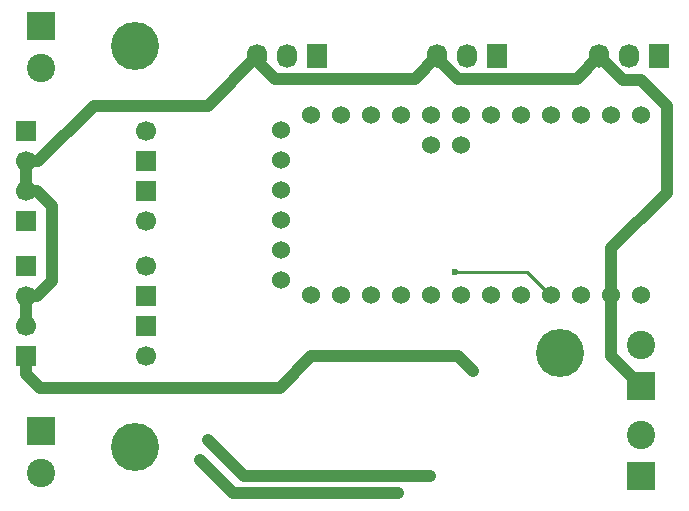
<source format=gbr>
G04 #@! TF.FileFunction,Copper,L2,Bot,Signal*
%FSLAX46Y46*%
G04 Gerber Fmt 4.6, Leading zero omitted, Abs format (unit mm)*
G04 Created by KiCad (PCBNEW 4.0.2-stable) date Friday, July 22, 2016 'AMt' 10:22:11 AM*
%MOMM*%
G01*
G04 APERTURE LIST*
%ADD10C,0.100000*%
%ADD11C,4.064000*%
%ADD12C,1.524000*%
%ADD13C,1.699260*%
%ADD14R,1.699260X1.699260*%
%ADD15R,1.727200X2.032000*%
%ADD16O,1.727200X2.032000*%
%ADD17C,2.400000*%
%ADD18R,2.400000X2.400000*%
%ADD19C,0.600000*%
%ADD20C,1.000000*%
%ADD21C,0.500000*%
%ADD22C,0.250000*%
G04 APERTURE END LIST*
D10*
D11*
X140000000Y-122000000D03*
X176000000Y-114000000D03*
D12*
X182880000Y-93853000D03*
X180340000Y-93853000D03*
X177800000Y-93853000D03*
X175260000Y-93853000D03*
X172720000Y-93853000D03*
X170180000Y-93853000D03*
X167640000Y-93853000D03*
X165100000Y-93853000D03*
X162560000Y-93853000D03*
X160020000Y-93853000D03*
X157480000Y-93853000D03*
X154940000Y-93853000D03*
X167640000Y-96393000D03*
X165100000Y-96393000D03*
X182880000Y-109093000D03*
X180340000Y-109093000D03*
X177800000Y-109093000D03*
X175260000Y-109093000D03*
X172720000Y-109093000D03*
X170180000Y-109093000D03*
X167640000Y-109093000D03*
X165100000Y-109093000D03*
X162560000Y-109093000D03*
X160020000Y-109093000D03*
X157480000Y-109093000D03*
X154940000Y-109093000D03*
X152400000Y-107823000D03*
X152400000Y-105283000D03*
X152400000Y-102743000D03*
X152400000Y-100203000D03*
X152400000Y-97663000D03*
X152400000Y-95123000D03*
D13*
X140970520Y-95247460D03*
D14*
X130810520Y-95247460D03*
D13*
X130809480Y-97792540D03*
D14*
X140969480Y-97792540D03*
D13*
X140970520Y-102867460D03*
D14*
X130810520Y-102867460D03*
D13*
X130809480Y-100332540D03*
D14*
X140969480Y-100332540D03*
D13*
X140970520Y-106677460D03*
D14*
X130810520Y-106677460D03*
D13*
X130809480Y-109222540D03*
D14*
X140969480Y-109222540D03*
D13*
X140970520Y-114297460D03*
D14*
X130810520Y-114297460D03*
D13*
X130809480Y-111762540D03*
D14*
X140969480Y-111762540D03*
D15*
X184404000Y-88900000D03*
D16*
X181864000Y-88900000D03*
X179324000Y-88900000D03*
D15*
X170688000Y-88900000D03*
D16*
X168148000Y-88900000D03*
X165608000Y-88900000D03*
D15*
X155448000Y-88900000D03*
D16*
X152908000Y-88900000D03*
X150368000Y-88900000D03*
D17*
X182880000Y-113340000D03*
D18*
X182880000Y-116840000D03*
D17*
X182880000Y-120960000D03*
D18*
X182880000Y-124460000D03*
D17*
X132080000Y-89860000D03*
D18*
X132080000Y-86360000D03*
D17*
X132080000Y-124150000D03*
D18*
X132080000Y-120650000D03*
D11*
X140000000Y-88000000D03*
D19*
X168656000Y-115570000D03*
X156972000Y-114300000D03*
X167132000Y-107188000D03*
X146177000Y-121412000D03*
X164973000Y-124460000D03*
X145542000Y-123063000D03*
X162306000Y-125857000D03*
D20*
X156972000Y-114300000D02*
X167386000Y-114300000D01*
X167386000Y-114300000D02*
X168656000Y-115570000D01*
X130810520Y-114297460D02*
X130810520Y-115824520D01*
X154940000Y-114300000D02*
X156972000Y-114300000D01*
X152273000Y-116967000D02*
X154940000Y-114300000D01*
X131953000Y-116967000D02*
X152273000Y-116967000D01*
X130810520Y-115824520D02*
X131953000Y-116967000D01*
D21*
X156972000Y-114300000D02*
X156972000Y-114173000D01*
X156972000Y-114173000D02*
X156972000Y-114300000D01*
X156972000Y-114300000D02*
X156972000Y-114173000D01*
D20*
X180340000Y-109093000D02*
X180340000Y-114300000D01*
X180340000Y-114300000D02*
X182880000Y-116840000D01*
X130809480Y-109222540D02*
X131696460Y-109222540D01*
X131701540Y-100332540D02*
X130809480Y-100332540D01*
X132969000Y-101600000D02*
X131701540Y-100332540D01*
X132969000Y-107950000D02*
X132969000Y-101600000D01*
X131696460Y-109222540D02*
X132969000Y-107950000D01*
X130809480Y-109222540D02*
X130809480Y-111762540D01*
X180340000Y-109093000D02*
X180340000Y-105156000D01*
X181356000Y-90932000D02*
X179324000Y-88900000D01*
X182880000Y-90932000D02*
X181356000Y-90932000D01*
X185039000Y-93091000D02*
X182880000Y-90932000D01*
X185039000Y-100457000D02*
X185039000Y-93091000D01*
X180340000Y-105156000D02*
X185039000Y-100457000D01*
X130809480Y-100332540D02*
X130809480Y-97792540D01*
X130809480Y-97792540D02*
X130812020Y-97790000D01*
X130812020Y-97790000D02*
X131826000Y-97790000D01*
X131826000Y-97790000D02*
X136525000Y-93091000D01*
X136525000Y-93091000D02*
X146177000Y-93091000D01*
X146177000Y-93091000D02*
X150368000Y-88900000D01*
X150368000Y-88900000D02*
X150368000Y-89281000D01*
X150368000Y-89281000D02*
X151892000Y-90805000D01*
X151892000Y-90805000D02*
X163703000Y-90805000D01*
X163703000Y-90805000D02*
X165608000Y-88900000D01*
X165608000Y-88900000D02*
X165608000Y-89027000D01*
X165608000Y-89027000D02*
X167386000Y-90805000D01*
X167386000Y-90805000D02*
X177419000Y-90805000D01*
X177419000Y-90805000D02*
X179324000Y-88900000D01*
D22*
X173228000Y-107188000D02*
X175133000Y-109093000D01*
X167132000Y-107188000D02*
X173228000Y-107188000D01*
X175133000Y-109093000D02*
X175260000Y-109093000D01*
D20*
X146177000Y-121412000D02*
X149225000Y-124460000D01*
X149225000Y-124460000D02*
X164973000Y-124460000D01*
X145542000Y-123063000D02*
X148336000Y-125857000D01*
X162306000Y-125857000D02*
X148336000Y-125857000D01*
M02*

</source>
